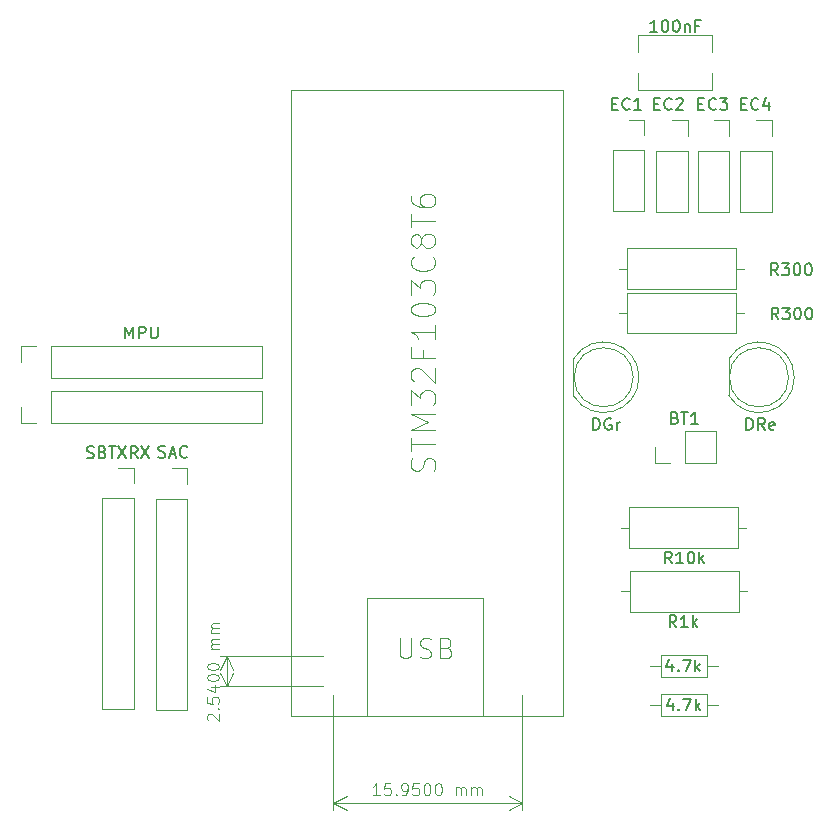
<source format=gto>
G04 #@! TF.GenerationSoftware,KiCad,Pcbnew,7.0.7*
G04 #@! TF.CreationDate,2024-06-07T19:14:15+02:00*
G04 #@! TF.ProjectId,stm32-drone,73746d33-322d-4647-926f-6e652e6b6963,rev?*
G04 #@! TF.SameCoordinates,Original*
G04 #@! TF.FileFunction,Legend,Top*
G04 #@! TF.FilePolarity,Positive*
%FSLAX46Y46*%
G04 Gerber Fmt 4.6, Leading zero omitted, Abs format (unit mm)*
G04 Created by KiCad (PCBNEW 7.0.7) date 2024-06-07 19:14:15*
%MOMM*%
%LPD*%
G01*
G04 APERTURE LIST*
%ADD10C,0.150000*%
%ADD11C,0.100000*%
%ADD12C,0.120000*%
%ADD13R,1.700000X1.700000*%
%ADD14O,1.700000X1.700000*%
%ADD15C,3.000000*%
%ADD16C,1.524000*%
%ADD17C,1.600000*%
%ADD18O,1.600000X1.600000*%
%ADD19R,1.800000X1.800000*%
%ADD20C,1.800000*%
%ADD21C,1.400000*%
%ADD22O,1.400000X1.400000*%
G04 APERTURE END LIST*
D10*
X106392857Y-97004819D02*
X106392857Y-96004819D01*
X106392857Y-96004819D02*
X106726190Y-96719104D01*
X106726190Y-96719104D02*
X107059523Y-96004819D01*
X107059523Y-96004819D02*
X107059523Y-97004819D01*
X107535714Y-97004819D02*
X107535714Y-96004819D01*
X107535714Y-96004819D02*
X107916666Y-96004819D01*
X107916666Y-96004819D02*
X108011904Y-96052438D01*
X108011904Y-96052438D02*
X108059523Y-96100057D01*
X108059523Y-96100057D02*
X108107142Y-96195295D01*
X108107142Y-96195295D02*
X108107142Y-96338152D01*
X108107142Y-96338152D02*
X108059523Y-96433390D01*
X108059523Y-96433390D02*
X108011904Y-96481009D01*
X108011904Y-96481009D02*
X107916666Y-96528628D01*
X107916666Y-96528628D02*
X107535714Y-96528628D01*
X108535714Y-96004819D02*
X108535714Y-96814342D01*
X108535714Y-96814342D02*
X108583333Y-96909580D01*
X108583333Y-96909580D02*
X108630952Y-96957200D01*
X108630952Y-96957200D02*
X108726190Y-97004819D01*
X108726190Y-97004819D02*
X108916666Y-97004819D01*
X108916666Y-97004819D02*
X109011904Y-96957200D01*
X109011904Y-96957200D02*
X109059523Y-96909580D01*
X109059523Y-96909580D02*
X109107142Y-96814342D01*
X109107142Y-96814342D02*
X109107142Y-96004819D01*
X158509524Y-77131009D02*
X158842857Y-77131009D01*
X158985714Y-77654819D02*
X158509524Y-77654819D01*
X158509524Y-77654819D02*
X158509524Y-76654819D01*
X158509524Y-76654819D02*
X158985714Y-76654819D01*
X159985714Y-77559580D02*
X159938095Y-77607200D01*
X159938095Y-77607200D02*
X159795238Y-77654819D01*
X159795238Y-77654819D02*
X159700000Y-77654819D01*
X159700000Y-77654819D02*
X159557143Y-77607200D01*
X159557143Y-77607200D02*
X159461905Y-77511961D01*
X159461905Y-77511961D02*
X159414286Y-77416723D01*
X159414286Y-77416723D02*
X159366667Y-77226247D01*
X159366667Y-77226247D02*
X159366667Y-77083390D01*
X159366667Y-77083390D02*
X159414286Y-76892914D01*
X159414286Y-76892914D02*
X159461905Y-76797676D01*
X159461905Y-76797676D02*
X159557143Y-76702438D01*
X159557143Y-76702438D02*
X159700000Y-76654819D01*
X159700000Y-76654819D02*
X159795238Y-76654819D01*
X159795238Y-76654819D02*
X159938095Y-76702438D01*
X159938095Y-76702438D02*
X159985714Y-76750057D01*
X160842857Y-76988152D02*
X160842857Y-77654819D01*
X160604762Y-76607200D02*
X160366667Y-77321485D01*
X160366667Y-77321485D02*
X160985714Y-77321485D01*
X147609524Y-77131009D02*
X147942857Y-77131009D01*
X148085714Y-77654819D02*
X147609524Y-77654819D01*
X147609524Y-77654819D02*
X147609524Y-76654819D01*
X147609524Y-76654819D02*
X148085714Y-76654819D01*
X149085714Y-77559580D02*
X149038095Y-77607200D01*
X149038095Y-77607200D02*
X148895238Y-77654819D01*
X148895238Y-77654819D02*
X148800000Y-77654819D01*
X148800000Y-77654819D02*
X148657143Y-77607200D01*
X148657143Y-77607200D02*
X148561905Y-77511961D01*
X148561905Y-77511961D02*
X148514286Y-77416723D01*
X148514286Y-77416723D02*
X148466667Y-77226247D01*
X148466667Y-77226247D02*
X148466667Y-77083390D01*
X148466667Y-77083390D02*
X148514286Y-76892914D01*
X148514286Y-76892914D02*
X148561905Y-76797676D01*
X148561905Y-76797676D02*
X148657143Y-76702438D01*
X148657143Y-76702438D02*
X148800000Y-76654819D01*
X148800000Y-76654819D02*
X148895238Y-76654819D01*
X148895238Y-76654819D02*
X149038095Y-76702438D01*
X149038095Y-76702438D02*
X149085714Y-76750057D01*
X150038095Y-77654819D02*
X149466667Y-77654819D01*
X149752381Y-77654819D02*
X149752381Y-76654819D01*
X149752381Y-76654819D02*
X149657143Y-76797676D01*
X149657143Y-76797676D02*
X149561905Y-76892914D01*
X149561905Y-76892914D02*
X149466667Y-76940533D01*
D11*
X132504800Y-108273258D02*
X132600038Y-107987544D01*
X132600038Y-107987544D02*
X132600038Y-107511353D01*
X132600038Y-107511353D02*
X132504800Y-107320877D01*
X132504800Y-107320877D02*
X132409561Y-107225639D01*
X132409561Y-107225639D02*
X132219085Y-107130401D01*
X132219085Y-107130401D02*
X132028609Y-107130401D01*
X132028609Y-107130401D02*
X131838133Y-107225639D01*
X131838133Y-107225639D02*
X131742895Y-107320877D01*
X131742895Y-107320877D02*
X131647657Y-107511353D01*
X131647657Y-107511353D02*
X131552419Y-107892306D01*
X131552419Y-107892306D02*
X131457180Y-108082782D01*
X131457180Y-108082782D02*
X131361942Y-108178020D01*
X131361942Y-108178020D02*
X131171466Y-108273258D01*
X131171466Y-108273258D02*
X130980990Y-108273258D01*
X130980990Y-108273258D02*
X130790514Y-108178020D01*
X130790514Y-108178020D02*
X130695276Y-108082782D01*
X130695276Y-108082782D02*
X130600038Y-107892306D01*
X130600038Y-107892306D02*
X130600038Y-107416115D01*
X130600038Y-107416115D02*
X130695276Y-107130401D01*
X130600038Y-106558972D02*
X130600038Y-105416115D01*
X132600038Y-105987544D02*
X130600038Y-105987544D01*
X132600038Y-104749448D02*
X130600038Y-104749448D01*
X130600038Y-104749448D02*
X132028609Y-104082781D01*
X132028609Y-104082781D02*
X130600038Y-103416115D01*
X130600038Y-103416115D02*
X132600038Y-103416115D01*
X130600038Y-102654210D02*
X130600038Y-101416115D01*
X130600038Y-101416115D02*
X131361942Y-102082782D01*
X131361942Y-102082782D02*
X131361942Y-101797067D01*
X131361942Y-101797067D02*
X131457180Y-101606591D01*
X131457180Y-101606591D02*
X131552419Y-101511353D01*
X131552419Y-101511353D02*
X131742895Y-101416115D01*
X131742895Y-101416115D02*
X132219085Y-101416115D01*
X132219085Y-101416115D02*
X132409561Y-101511353D01*
X132409561Y-101511353D02*
X132504800Y-101606591D01*
X132504800Y-101606591D02*
X132600038Y-101797067D01*
X132600038Y-101797067D02*
X132600038Y-102368496D01*
X132600038Y-102368496D02*
X132504800Y-102558972D01*
X132504800Y-102558972D02*
X132409561Y-102654210D01*
X130790514Y-100654210D02*
X130695276Y-100558972D01*
X130695276Y-100558972D02*
X130600038Y-100368496D01*
X130600038Y-100368496D02*
X130600038Y-99892305D01*
X130600038Y-99892305D02*
X130695276Y-99701829D01*
X130695276Y-99701829D02*
X130790514Y-99606591D01*
X130790514Y-99606591D02*
X130980990Y-99511353D01*
X130980990Y-99511353D02*
X131171466Y-99511353D01*
X131171466Y-99511353D02*
X131457180Y-99606591D01*
X131457180Y-99606591D02*
X132600038Y-100749448D01*
X132600038Y-100749448D02*
X132600038Y-99511353D01*
X131552419Y-97987543D02*
X131552419Y-98654210D01*
X132600038Y-98654210D02*
X130600038Y-98654210D01*
X130600038Y-98654210D02*
X130600038Y-97701829D01*
X132600038Y-95892305D02*
X132600038Y-97035162D01*
X132600038Y-96463734D02*
X130600038Y-96463734D01*
X130600038Y-96463734D02*
X130885752Y-96654210D01*
X130885752Y-96654210D02*
X131076228Y-96844686D01*
X131076228Y-96844686D02*
X131171466Y-97035162D01*
X130600038Y-94654210D02*
X130600038Y-94463733D01*
X130600038Y-94463733D02*
X130695276Y-94273257D01*
X130695276Y-94273257D02*
X130790514Y-94178019D01*
X130790514Y-94178019D02*
X130980990Y-94082781D01*
X130980990Y-94082781D02*
X131361942Y-93987543D01*
X131361942Y-93987543D02*
X131838133Y-93987543D01*
X131838133Y-93987543D02*
X132219085Y-94082781D01*
X132219085Y-94082781D02*
X132409561Y-94178019D01*
X132409561Y-94178019D02*
X132504800Y-94273257D01*
X132504800Y-94273257D02*
X132600038Y-94463733D01*
X132600038Y-94463733D02*
X132600038Y-94654210D01*
X132600038Y-94654210D02*
X132504800Y-94844686D01*
X132504800Y-94844686D02*
X132409561Y-94939924D01*
X132409561Y-94939924D02*
X132219085Y-95035162D01*
X132219085Y-95035162D02*
X131838133Y-95130400D01*
X131838133Y-95130400D02*
X131361942Y-95130400D01*
X131361942Y-95130400D02*
X130980990Y-95035162D01*
X130980990Y-95035162D02*
X130790514Y-94939924D01*
X130790514Y-94939924D02*
X130695276Y-94844686D01*
X130695276Y-94844686D02*
X130600038Y-94654210D01*
X130600038Y-93320876D02*
X130600038Y-92082781D01*
X130600038Y-92082781D02*
X131361942Y-92749448D01*
X131361942Y-92749448D02*
X131361942Y-92463733D01*
X131361942Y-92463733D02*
X131457180Y-92273257D01*
X131457180Y-92273257D02*
X131552419Y-92178019D01*
X131552419Y-92178019D02*
X131742895Y-92082781D01*
X131742895Y-92082781D02*
X132219085Y-92082781D01*
X132219085Y-92082781D02*
X132409561Y-92178019D01*
X132409561Y-92178019D02*
X132504800Y-92273257D01*
X132504800Y-92273257D02*
X132600038Y-92463733D01*
X132600038Y-92463733D02*
X132600038Y-93035162D01*
X132600038Y-93035162D02*
X132504800Y-93225638D01*
X132504800Y-93225638D02*
X132409561Y-93320876D01*
X132409561Y-90082781D02*
X132504800Y-90178019D01*
X132504800Y-90178019D02*
X132600038Y-90463733D01*
X132600038Y-90463733D02*
X132600038Y-90654209D01*
X132600038Y-90654209D02*
X132504800Y-90939924D01*
X132504800Y-90939924D02*
X132314323Y-91130400D01*
X132314323Y-91130400D02*
X132123847Y-91225638D01*
X132123847Y-91225638D02*
X131742895Y-91320876D01*
X131742895Y-91320876D02*
X131457180Y-91320876D01*
X131457180Y-91320876D02*
X131076228Y-91225638D01*
X131076228Y-91225638D02*
X130885752Y-91130400D01*
X130885752Y-91130400D02*
X130695276Y-90939924D01*
X130695276Y-90939924D02*
X130600038Y-90654209D01*
X130600038Y-90654209D02*
X130600038Y-90463733D01*
X130600038Y-90463733D02*
X130695276Y-90178019D01*
X130695276Y-90178019D02*
X130790514Y-90082781D01*
X131457180Y-88939924D02*
X131361942Y-89130400D01*
X131361942Y-89130400D02*
X131266704Y-89225638D01*
X131266704Y-89225638D02*
X131076228Y-89320876D01*
X131076228Y-89320876D02*
X130980990Y-89320876D01*
X130980990Y-89320876D02*
X130790514Y-89225638D01*
X130790514Y-89225638D02*
X130695276Y-89130400D01*
X130695276Y-89130400D02*
X130600038Y-88939924D01*
X130600038Y-88939924D02*
X130600038Y-88558971D01*
X130600038Y-88558971D02*
X130695276Y-88368495D01*
X130695276Y-88368495D02*
X130790514Y-88273257D01*
X130790514Y-88273257D02*
X130980990Y-88178019D01*
X130980990Y-88178019D02*
X131076228Y-88178019D01*
X131076228Y-88178019D02*
X131266704Y-88273257D01*
X131266704Y-88273257D02*
X131361942Y-88368495D01*
X131361942Y-88368495D02*
X131457180Y-88558971D01*
X131457180Y-88558971D02*
X131457180Y-88939924D01*
X131457180Y-88939924D02*
X131552419Y-89130400D01*
X131552419Y-89130400D02*
X131647657Y-89225638D01*
X131647657Y-89225638D02*
X131838133Y-89320876D01*
X131838133Y-89320876D02*
X132219085Y-89320876D01*
X132219085Y-89320876D02*
X132409561Y-89225638D01*
X132409561Y-89225638D02*
X132504800Y-89130400D01*
X132504800Y-89130400D02*
X132600038Y-88939924D01*
X132600038Y-88939924D02*
X132600038Y-88558971D01*
X132600038Y-88558971D02*
X132504800Y-88368495D01*
X132504800Y-88368495D02*
X132409561Y-88273257D01*
X132409561Y-88273257D02*
X132219085Y-88178019D01*
X132219085Y-88178019D02*
X131838133Y-88178019D01*
X131838133Y-88178019D02*
X131647657Y-88273257D01*
X131647657Y-88273257D02*
X131552419Y-88368495D01*
X131552419Y-88368495D02*
X131457180Y-88558971D01*
X130600038Y-87606590D02*
X130600038Y-86463733D01*
X132600038Y-87035162D02*
X130600038Y-87035162D01*
X130600038Y-84939923D02*
X130600038Y-85320876D01*
X130600038Y-85320876D02*
X130695276Y-85511352D01*
X130695276Y-85511352D02*
X130790514Y-85606590D01*
X130790514Y-85606590D02*
X131076228Y-85797066D01*
X131076228Y-85797066D02*
X131457180Y-85892304D01*
X131457180Y-85892304D02*
X132219085Y-85892304D01*
X132219085Y-85892304D02*
X132409561Y-85797066D01*
X132409561Y-85797066D02*
X132504800Y-85701828D01*
X132504800Y-85701828D02*
X132600038Y-85511352D01*
X132600038Y-85511352D02*
X132600038Y-85130399D01*
X132600038Y-85130399D02*
X132504800Y-84939923D01*
X132504800Y-84939923D02*
X132409561Y-84844685D01*
X132409561Y-84844685D02*
X132219085Y-84749447D01*
X132219085Y-84749447D02*
X131742895Y-84749447D01*
X131742895Y-84749447D02*
X131552419Y-84844685D01*
X131552419Y-84844685D02*
X131457180Y-84939923D01*
X131457180Y-84939923D02*
X131361942Y-85130399D01*
X131361942Y-85130399D02*
X131361942Y-85511352D01*
X131361942Y-85511352D02*
X131457180Y-85701828D01*
X131457180Y-85701828D02*
X131552419Y-85797066D01*
X131552419Y-85797066D02*
X131742895Y-85892304D01*
X129620550Y-122406753D02*
X129620550Y-123782943D01*
X129620550Y-123782943D02*
X129701503Y-123944848D01*
X129701503Y-123944848D02*
X129782455Y-124025801D01*
X129782455Y-124025801D02*
X129944360Y-124106753D01*
X129944360Y-124106753D02*
X130268169Y-124106753D01*
X130268169Y-124106753D02*
X130430074Y-124025801D01*
X130430074Y-124025801D02*
X130511027Y-123944848D01*
X130511027Y-123944848D02*
X130591979Y-123782943D01*
X130591979Y-123782943D02*
X130591979Y-122406753D01*
X131320550Y-124025801D02*
X131563407Y-124106753D01*
X131563407Y-124106753D02*
X131968169Y-124106753D01*
X131968169Y-124106753D02*
X132130074Y-124025801D01*
X132130074Y-124025801D02*
X132211026Y-123944848D01*
X132211026Y-123944848D02*
X132291979Y-123782943D01*
X132291979Y-123782943D02*
X132291979Y-123621039D01*
X132291979Y-123621039D02*
X132211026Y-123459134D01*
X132211026Y-123459134D02*
X132130074Y-123378181D01*
X132130074Y-123378181D02*
X131968169Y-123297229D01*
X131968169Y-123297229D02*
X131644360Y-123216277D01*
X131644360Y-123216277D02*
X131482455Y-123135324D01*
X131482455Y-123135324D02*
X131401502Y-123054372D01*
X131401502Y-123054372D02*
X131320550Y-122892467D01*
X131320550Y-122892467D02*
X131320550Y-122730562D01*
X131320550Y-122730562D02*
X131401502Y-122568658D01*
X131401502Y-122568658D02*
X131482455Y-122487705D01*
X131482455Y-122487705D02*
X131644360Y-122406753D01*
X131644360Y-122406753D02*
X132049121Y-122406753D01*
X132049121Y-122406753D02*
X132291979Y-122487705D01*
X133587217Y-123216277D02*
X133830074Y-123297229D01*
X133830074Y-123297229D02*
X133911027Y-123378181D01*
X133911027Y-123378181D02*
X133991979Y-123540086D01*
X133991979Y-123540086D02*
X133991979Y-123782943D01*
X133991979Y-123782943D02*
X133911027Y-123944848D01*
X133911027Y-123944848D02*
X133830074Y-124025801D01*
X133830074Y-124025801D02*
X133668169Y-124106753D01*
X133668169Y-124106753D02*
X133020550Y-124106753D01*
X133020550Y-124106753D02*
X133020550Y-122406753D01*
X133020550Y-122406753D02*
X133587217Y-122406753D01*
X133587217Y-122406753D02*
X133749122Y-122487705D01*
X133749122Y-122487705D02*
X133830074Y-122568658D01*
X133830074Y-122568658D02*
X133911027Y-122730562D01*
X133911027Y-122730562D02*
X133911027Y-122892467D01*
X133911027Y-122892467D02*
X133830074Y-123054372D01*
X133830074Y-123054372D02*
X133749122Y-123135324D01*
X133749122Y-123135324D02*
X133587217Y-123216277D01*
X133587217Y-123216277D02*
X133020550Y-123216277D01*
D10*
X152914285Y-103731009D02*
X153057142Y-103778628D01*
X153057142Y-103778628D02*
X153104761Y-103826247D01*
X153104761Y-103826247D02*
X153152380Y-103921485D01*
X153152380Y-103921485D02*
X153152380Y-104064342D01*
X153152380Y-104064342D02*
X153104761Y-104159580D01*
X153104761Y-104159580D02*
X153057142Y-104207200D01*
X153057142Y-104207200D02*
X152961904Y-104254819D01*
X152961904Y-104254819D02*
X152580952Y-104254819D01*
X152580952Y-104254819D02*
X152580952Y-103254819D01*
X152580952Y-103254819D02*
X152914285Y-103254819D01*
X152914285Y-103254819D02*
X153009523Y-103302438D01*
X153009523Y-103302438D02*
X153057142Y-103350057D01*
X153057142Y-103350057D02*
X153104761Y-103445295D01*
X153104761Y-103445295D02*
X153104761Y-103540533D01*
X153104761Y-103540533D02*
X153057142Y-103635771D01*
X153057142Y-103635771D02*
X153009523Y-103683390D01*
X153009523Y-103683390D02*
X152914285Y-103731009D01*
X152914285Y-103731009D02*
X152580952Y-103731009D01*
X153438095Y-103254819D02*
X154009523Y-103254819D01*
X153723809Y-104254819D02*
X153723809Y-103254819D01*
X154866666Y-104254819D02*
X154295238Y-104254819D01*
X154580952Y-104254819D02*
X154580952Y-103254819D01*
X154580952Y-103254819D02*
X154485714Y-103397676D01*
X154485714Y-103397676D02*
X154390476Y-103492914D01*
X154390476Y-103492914D02*
X154295238Y-103540533D01*
X152652380Y-116054819D02*
X152319047Y-115578628D01*
X152080952Y-116054819D02*
X152080952Y-115054819D01*
X152080952Y-115054819D02*
X152461904Y-115054819D01*
X152461904Y-115054819D02*
X152557142Y-115102438D01*
X152557142Y-115102438D02*
X152604761Y-115150057D01*
X152604761Y-115150057D02*
X152652380Y-115245295D01*
X152652380Y-115245295D02*
X152652380Y-115388152D01*
X152652380Y-115388152D02*
X152604761Y-115483390D01*
X152604761Y-115483390D02*
X152557142Y-115531009D01*
X152557142Y-115531009D02*
X152461904Y-115578628D01*
X152461904Y-115578628D02*
X152080952Y-115578628D01*
X153604761Y-116054819D02*
X153033333Y-116054819D01*
X153319047Y-116054819D02*
X153319047Y-115054819D01*
X153319047Y-115054819D02*
X153223809Y-115197676D01*
X153223809Y-115197676D02*
X153128571Y-115292914D01*
X153128571Y-115292914D02*
X153033333Y-115340533D01*
X154223809Y-115054819D02*
X154319047Y-115054819D01*
X154319047Y-115054819D02*
X154414285Y-115102438D01*
X154414285Y-115102438D02*
X154461904Y-115150057D01*
X154461904Y-115150057D02*
X154509523Y-115245295D01*
X154509523Y-115245295D02*
X154557142Y-115435771D01*
X154557142Y-115435771D02*
X154557142Y-115673866D01*
X154557142Y-115673866D02*
X154509523Y-115864342D01*
X154509523Y-115864342D02*
X154461904Y-115959580D01*
X154461904Y-115959580D02*
X154414285Y-116007200D01*
X154414285Y-116007200D02*
X154319047Y-116054819D01*
X154319047Y-116054819D02*
X154223809Y-116054819D01*
X154223809Y-116054819D02*
X154128571Y-116007200D01*
X154128571Y-116007200D02*
X154080952Y-115959580D01*
X154080952Y-115959580D02*
X154033333Y-115864342D01*
X154033333Y-115864342D02*
X153985714Y-115673866D01*
X153985714Y-115673866D02*
X153985714Y-115435771D01*
X153985714Y-115435771D02*
X154033333Y-115245295D01*
X154033333Y-115245295D02*
X154080952Y-115150057D01*
X154080952Y-115150057D02*
X154128571Y-115102438D01*
X154128571Y-115102438D02*
X154223809Y-115054819D01*
X154985714Y-116054819D02*
X154985714Y-115054819D01*
X155080952Y-115673866D02*
X155366666Y-116054819D01*
X155366666Y-115388152D02*
X154985714Y-115769104D01*
X145978571Y-104754819D02*
X145978571Y-103754819D01*
X145978571Y-103754819D02*
X146216666Y-103754819D01*
X146216666Y-103754819D02*
X146359523Y-103802438D01*
X146359523Y-103802438D02*
X146454761Y-103897676D01*
X146454761Y-103897676D02*
X146502380Y-103992914D01*
X146502380Y-103992914D02*
X146549999Y-104183390D01*
X146549999Y-104183390D02*
X146549999Y-104326247D01*
X146549999Y-104326247D02*
X146502380Y-104516723D01*
X146502380Y-104516723D02*
X146454761Y-104611961D01*
X146454761Y-104611961D02*
X146359523Y-104707200D01*
X146359523Y-104707200D02*
X146216666Y-104754819D01*
X146216666Y-104754819D02*
X145978571Y-104754819D01*
X147502380Y-103802438D02*
X147407142Y-103754819D01*
X147407142Y-103754819D02*
X147264285Y-103754819D01*
X147264285Y-103754819D02*
X147121428Y-103802438D01*
X147121428Y-103802438D02*
X147026190Y-103897676D01*
X147026190Y-103897676D02*
X146978571Y-103992914D01*
X146978571Y-103992914D02*
X146930952Y-104183390D01*
X146930952Y-104183390D02*
X146930952Y-104326247D01*
X146930952Y-104326247D02*
X146978571Y-104516723D01*
X146978571Y-104516723D02*
X147026190Y-104611961D01*
X147026190Y-104611961D02*
X147121428Y-104707200D01*
X147121428Y-104707200D02*
X147264285Y-104754819D01*
X147264285Y-104754819D02*
X147359523Y-104754819D01*
X147359523Y-104754819D02*
X147502380Y-104707200D01*
X147502380Y-104707200D02*
X147549999Y-104659580D01*
X147549999Y-104659580D02*
X147549999Y-104326247D01*
X147549999Y-104326247D02*
X147359523Y-104326247D01*
X147978571Y-104754819D02*
X147978571Y-104088152D01*
X147978571Y-104278628D02*
X148026190Y-104183390D01*
X148026190Y-104183390D02*
X148073809Y-104135771D01*
X148073809Y-104135771D02*
X148169047Y-104088152D01*
X148169047Y-104088152D02*
X148264285Y-104088152D01*
X151402380Y-71054819D02*
X150830952Y-71054819D01*
X151116666Y-71054819D02*
X151116666Y-70054819D01*
X151116666Y-70054819D02*
X151021428Y-70197676D01*
X151021428Y-70197676D02*
X150926190Y-70292914D01*
X150926190Y-70292914D02*
X150830952Y-70340533D01*
X152021428Y-70054819D02*
X152116666Y-70054819D01*
X152116666Y-70054819D02*
X152211904Y-70102438D01*
X152211904Y-70102438D02*
X152259523Y-70150057D01*
X152259523Y-70150057D02*
X152307142Y-70245295D01*
X152307142Y-70245295D02*
X152354761Y-70435771D01*
X152354761Y-70435771D02*
X152354761Y-70673866D01*
X152354761Y-70673866D02*
X152307142Y-70864342D01*
X152307142Y-70864342D02*
X152259523Y-70959580D01*
X152259523Y-70959580D02*
X152211904Y-71007200D01*
X152211904Y-71007200D02*
X152116666Y-71054819D01*
X152116666Y-71054819D02*
X152021428Y-71054819D01*
X152021428Y-71054819D02*
X151926190Y-71007200D01*
X151926190Y-71007200D02*
X151878571Y-70959580D01*
X151878571Y-70959580D02*
X151830952Y-70864342D01*
X151830952Y-70864342D02*
X151783333Y-70673866D01*
X151783333Y-70673866D02*
X151783333Y-70435771D01*
X151783333Y-70435771D02*
X151830952Y-70245295D01*
X151830952Y-70245295D02*
X151878571Y-70150057D01*
X151878571Y-70150057D02*
X151926190Y-70102438D01*
X151926190Y-70102438D02*
X152021428Y-70054819D01*
X152973809Y-70054819D02*
X153069047Y-70054819D01*
X153069047Y-70054819D02*
X153164285Y-70102438D01*
X153164285Y-70102438D02*
X153211904Y-70150057D01*
X153211904Y-70150057D02*
X153259523Y-70245295D01*
X153259523Y-70245295D02*
X153307142Y-70435771D01*
X153307142Y-70435771D02*
X153307142Y-70673866D01*
X153307142Y-70673866D02*
X153259523Y-70864342D01*
X153259523Y-70864342D02*
X153211904Y-70959580D01*
X153211904Y-70959580D02*
X153164285Y-71007200D01*
X153164285Y-71007200D02*
X153069047Y-71054819D01*
X153069047Y-71054819D02*
X152973809Y-71054819D01*
X152973809Y-71054819D02*
X152878571Y-71007200D01*
X152878571Y-71007200D02*
X152830952Y-70959580D01*
X152830952Y-70959580D02*
X152783333Y-70864342D01*
X152783333Y-70864342D02*
X152735714Y-70673866D01*
X152735714Y-70673866D02*
X152735714Y-70435771D01*
X152735714Y-70435771D02*
X152783333Y-70245295D01*
X152783333Y-70245295D02*
X152830952Y-70150057D01*
X152830952Y-70150057D02*
X152878571Y-70102438D01*
X152878571Y-70102438D02*
X152973809Y-70054819D01*
X153735714Y-70388152D02*
X153735714Y-71054819D01*
X153735714Y-70483390D02*
X153783333Y-70435771D01*
X153783333Y-70435771D02*
X153878571Y-70388152D01*
X153878571Y-70388152D02*
X154021428Y-70388152D01*
X154021428Y-70388152D02*
X154116666Y-70435771D01*
X154116666Y-70435771D02*
X154164285Y-70531009D01*
X154164285Y-70531009D02*
X154164285Y-71054819D01*
X154973809Y-70531009D02*
X154640476Y-70531009D01*
X154640476Y-71054819D02*
X154640476Y-70054819D01*
X154640476Y-70054819D02*
X155116666Y-70054819D01*
X103130952Y-107107200D02*
X103273809Y-107154819D01*
X103273809Y-107154819D02*
X103511904Y-107154819D01*
X103511904Y-107154819D02*
X103607142Y-107107200D01*
X103607142Y-107107200D02*
X103654761Y-107059580D01*
X103654761Y-107059580D02*
X103702380Y-106964342D01*
X103702380Y-106964342D02*
X103702380Y-106869104D01*
X103702380Y-106869104D02*
X103654761Y-106773866D01*
X103654761Y-106773866D02*
X103607142Y-106726247D01*
X103607142Y-106726247D02*
X103511904Y-106678628D01*
X103511904Y-106678628D02*
X103321428Y-106631009D01*
X103321428Y-106631009D02*
X103226190Y-106583390D01*
X103226190Y-106583390D02*
X103178571Y-106535771D01*
X103178571Y-106535771D02*
X103130952Y-106440533D01*
X103130952Y-106440533D02*
X103130952Y-106345295D01*
X103130952Y-106345295D02*
X103178571Y-106250057D01*
X103178571Y-106250057D02*
X103226190Y-106202438D01*
X103226190Y-106202438D02*
X103321428Y-106154819D01*
X103321428Y-106154819D02*
X103559523Y-106154819D01*
X103559523Y-106154819D02*
X103702380Y-106202438D01*
X104464285Y-106631009D02*
X104607142Y-106678628D01*
X104607142Y-106678628D02*
X104654761Y-106726247D01*
X104654761Y-106726247D02*
X104702380Y-106821485D01*
X104702380Y-106821485D02*
X104702380Y-106964342D01*
X104702380Y-106964342D02*
X104654761Y-107059580D01*
X104654761Y-107059580D02*
X104607142Y-107107200D01*
X104607142Y-107107200D02*
X104511904Y-107154819D01*
X104511904Y-107154819D02*
X104130952Y-107154819D01*
X104130952Y-107154819D02*
X104130952Y-106154819D01*
X104130952Y-106154819D02*
X104464285Y-106154819D01*
X104464285Y-106154819D02*
X104559523Y-106202438D01*
X104559523Y-106202438D02*
X104607142Y-106250057D01*
X104607142Y-106250057D02*
X104654761Y-106345295D01*
X104654761Y-106345295D02*
X104654761Y-106440533D01*
X104654761Y-106440533D02*
X104607142Y-106535771D01*
X104607142Y-106535771D02*
X104559523Y-106583390D01*
X104559523Y-106583390D02*
X104464285Y-106631009D01*
X104464285Y-106631009D02*
X104130952Y-106631009D01*
X104988095Y-106154819D02*
X105559523Y-106154819D01*
X105273809Y-107154819D02*
X105273809Y-106154819D01*
X105797619Y-106154819D02*
X106464285Y-107154819D01*
X106464285Y-106154819D02*
X105797619Y-107154819D01*
X107416666Y-107154819D02*
X107083333Y-106678628D01*
X106845238Y-107154819D02*
X106845238Y-106154819D01*
X106845238Y-106154819D02*
X107226190Y-106154819D01*
X107226190Y-106154819D02*
X107321428Y-106202438D01*
X107321428Y-106202438D02*
X107369047Y-106250057D01*
X107369047Y-106250057D02*
X107416666Y-106345295D01*
X107416666Y-106345295D02*
X107416666Y-106488152D01*
X107416666Y-106488152D02*
X107369047Y-106583390D01*
X107369047Y-106583390D02*
X107321428Y-106631009D01*
X107321428Y-106631009D02*
X107226190Y-106678628D01*
X107226190Y-106678628D02*
X106845238Y-106678628D01*
X107750000Y-106154819D02*
X108416666Y-107154819D01*
X108416666Y-106154819D02*
X107750000Y-107154819D01*
X152721428Y-127838152D02*
X152721428Y-128504819D01*
X152483333Y-127457200D02*
X152245238Y-128171485D01*
X152245238Y-128171485D02*
X152864285Y-128171485D01*
X153245238Y-128409580D02*
X153292857Y-128457200D01*
X153292857Y-128457200D02*
X153245238Y-128504819D01*
X153245238Y-128504819D02*
X153197619Y-128457200D01*
X153197619Y-128457200D02*
X153245238Y-128409580D01*
X153245238Y-128409580D02*
X153245238Y-128504819D01*
X153626190Y-127504819D02*
X154292856Y-127504819D01*
X154292856Y-127504819D02*
X153864285Y-128504819D01*
X154673809Y-128504819D02*
X154673809Y-127504819D01*
X154769047Y-128123866D02*
X155054761Y-128504819D01*
X155054761Y-127838152D02*
X154673809Y-128219104D01*
X161680952Y-95404819D02*
X161347619Y-94928628D01*
X161109524Y-95404819D02*
X161109524Y-94404819D01*
X161109524Y-94404819D02*
X161490476Y-94404819D01*
X161490476Y-94404819D02*
X161585714Y-94452438D01*
X161585714Y-94452438D02*
X161633333Y-94500057D01*
X161633333Y-94500057D02*
X161680952Y-94595295D01*
X161680952Y-94595295D02*
X161680952Y-94738152D01*
X161680952Y-94738152D02*
X161633333Y-94833390D01*
X161633333Y-94833390D02*
X161585714Y-94881009D01*
X161585714Y-94881009D02*
X161490476Y-94928628D01*
X161490476Y-94928628D02*
X161109524Y-94928628D01*
X162014286Y-94404819D02*
X162633333Y-94404819D01*
X162633333Y-94404819D02*
X162300000Y-94785771D01*
X162300000Y-94785771D02*
X162442857Y-94785771D01*
X162442857Y-94785771D02*
X162538095Y-94833390D01*
X162538095Y-94833390D02*
X162585714Y-94881009D01*
X162585714Y-94881009D02*
X162633333Y-94976247D01*
X162633333Y-94976247D02*
X162633333Y-95214342D01*
X162633333Y-95214342D02*
X162585714Y-95309580D01*
X162585714Y-95309580D02*
X162538095Y-95357200D01*
X162538095Y-95357200D02*
X162442857Y-95404819D01*
X162442857Y-95404819D02*
X162157143Y-95404819D01*
X162157143Y-95404819D02*
X162061905Y-95357200D01*
X162061905Y-95357200D02*
X162014286Y-95309580D01*
X163252381Y-94404819D02*
X163347619Y-94404819D01*
X163347619Y-94404819D02*
X163442857Y-94452438D01*
X163442857Y-94452438D02*
X163490476Y-94500057D01*
X163490476Y-94500057D02*
X163538095Y-94595295D01*
X163538095Y-94595295D02*
X163585714Y-94785771D01*
X163585714Y-94785771D02*
X163585714Y-95023866D01*
X163585714Y-95023866D02*
X163538095Y-95214342D01*
X163538095Y-95214342D02*
X163490476Y-95309580D01*
X163490476Y-95309580D02*
X163442857Y-95357200D01*
X163442857Y-95357200D02*
X163347619Y-95404819D01*
X163347619Y-95404819D02*
X163252381Y-95404819D01*
X163252381Y-95404819D02*
X163157143Y-95357200D01*
X163157143Y-95357200D02*
X163109524Y-95309580D01*
X163109524Y-95309580D02*
X163061905Y-95214342D01*
X163061905Y-95214342D02*
X163014286Y-95023866D01*
X163014286Y-95023866D02*
X163014286Y-94785771D01*
X163014286Y-94785771D02*
X163061905Y-94595295D01*
X163061905Y-94595295D02*
X163109524Y-94500057D01*
X163109524Y-94500057D02*
X163157143Y-94452438D01*
X163157143Y-94452438D02*
X163252381Y-94404819D01*
X164204762Y-94404819D02*
X164300000Y-94404819D01*
X164300000Y-94404819D02*
X164395238Y-94452438D01*
X164395238Y-94452438D02*
X164442857Y-94500057D01*
X164442857Y-94500057D02*
X164490476Y-94595295D01*
X164490476Y-94595295D02*
X164538095Y-94785771D01*
X164538095Y-94785771D02*
X164538095Y-95023866D01*
X164538095Y-95023866D02*
X164490476Y-95214342D01*
X164490476Y-95214342D02*
X164442857Y-95309580D01*
X164442857Y-95309580D02*
X164395238Y-95357200D01*
X164395238Y-95357200D02*
X164300000Y-95404819D01*
X164300000Y-95404819D02*
X164204762Y-95404819D01*
X164204762Y-95404819D02*
X164109524Y-95357200D01*
X164109524Y-95357200D02*
X164061905Y-95309580D01*
X164061905Y-95309580D02*
X164014286Y-95214342D01*
X164014286Y-95214342D02*
X163966667Y-95023866D01*
X163966667Y-95023866D02*
X163966667Y-94785771D01*
X163966667Y-94785771D02*
X164014286Y-94595295D01*
X164014286Y-94595295D02*
X164061905Y-94500057D01*
X164061905Y-94500057D02*
X164109524Y-94452438D01*
X164109524Y-94452438D02*
X164204762Y-94404819D01*
X152671428Y-124538152D02*
X152671428Y-125204819D01*
X152433333Y-124157200D02*
X152195238Y-124871485D01*
X152195238Y-124871485D02*
X152814285Y-124871485D01*
X153195238Y-125109580D02*
X153242857Y-125157200D01*
X153242857Y-125157200D02*
X153195238Y-125204819D01*
X153195238Y-125204819D02*
X153147619Y-125157200D01*
X153147619Y-125157200D02*
X153195238Y-125109580D01*
X153195238Y-125109580D02*
X153195238Y-125204819D01*
X153576190Y-124204819D02*
X154242856Y-124204819D01*
X154242856Y-124204819D02*
X153814285Y-125204819D01*
X154623809Y-125204819D02*
X154623809Y-124204819D01*
X154719047Y-124823866D02*
X155004761Y-125204819D01*
X155004761Y-124538152D02*
X154623809Y-124919104D01*
X154909524Y-77131009D02*
X155242857Y-77131009D01*
X155385714Y-77654819D02*
X154909524Y-77654819D01*
X154909524Y-77654819D02*
X154909524Y-76654819D01*
X154909524Y-76654819D02*
X155385714Y-76654819D01*
X156385714Y-77559580D02*
X156338095Y-77607200D01*
X156338095Y-77607200D02*
X156195238Y-77654819D01*
X156195238Y-77654819D02*
X156100000Y-77654819D01*
X156100000Y-77654819D02*
X155957143Y-77607200D01*
X155957143Y-77607200D02*
X155861905Y-77511961D01*
X155861905Y-77511961D02*
X155814286Y-77416723D01*
X155814286Y-77416723D02*
X155766667Y-77226247D01*
X155766667Y-77226247D02*
X155766667Y-77083390D01*
X155766667Y-77083390D02*
X155814286Y-76892914D01*
X155814286Y-76892914D02*
X155861905Y-76797676D01*
X155861905Y-76797676D02*
X155957143Y-76702438D01*
X155957143Y-76702438D02*
X156100000Y-76654819D01*
X156100000Y-76654819D02*
X156195238Y-76654819D01*
X156195238Y-76654819D02*
X156338095Y-76702438D01*
X156338095Y-76702438D02*
X156385714Y-76750057D01*
X156719048Y-76654819D02*
X157338095Y-76654819D01*
X157338095Y-76654819D02*
X157004762Y-77035771D01*
X157004762Y-77035771D02*
X157147619Y-77035771D01*
X157147619Y-77035771D02*
X157242857Y-77083390D01*
X157242857Y-77083390D02*
X157290476Y-77131009D01*
X157290476Y-77131009D02*
X157338095Y-77226247D01*
X157338095Y-77226247D02*
X157338095Y-77464342D01*
X157338095Y-77464342D02*
X157290476Y-77559580D01*
X157290476Y-77559580D02*
X157242857Y-77607200D01*
X157242857Y-77607200D02*
X157147619Y-77654819D01*
X157147619Y-77654819D02*
X156861905Y-77654819D01*
X156861905Y-77654819D02*
X156766667Y-77607200D01*
X156766667Y-77607200D02*
X156719048Y-77559580D01*
X153028571Y-121454819D02*
X152695238Y-120978628D01*
X152457143Y-121454819D02*
X152457143Y-120454819D01*
X152457143Y-120454819D02*
X152838095Y-120454819D01*
X152838095Y-120454819D02*
X152933333Y-120502438D01*
X152933333Y-120502438D02*
X152980952Y-120550057D01*
X152980952Y-120550057D02*
X153028571Y-120645295D01*
X153028571Y-120645295D02*
X153028571Y-120788152D01*
X153028571Y-120788152D02*
X152980952Y-120883390D01*
X152980952Y-120883390D02*
X152933333Y-120931009D01*
X152933333Y-120931009D02*
X152838095Y-120978628D01*
X152838095Y-120978628D02*
X152457143Y-120978628D01*
X153980952Y-121454819D02*
X153409524Y-121454819D01*
X153695238Y-121454819D02*
X153695238Y-120454819D01*
X153695238Y-120454819D02*
X153600000Y-120597676D01*
X153600000Y-120597676D02*
X153504762Y-120692914D01*
X153504762Y-120692914D02*
X153409524Y-120740533D01*
X154409524Y-121454819D02*
X154409524Y-120454819D01*
X154504762Y-121073866D02*
X154790476Y-121454819D01*
X154790476Y-120788152D02*
X154409524Y-121169104D01*
X151159524Y-77131009D02*
X151492857Y-77131009D01*
X151635714Y-77654819D02*
X151159524Y-77654819D01*
X151159524Y-77654819D02*
X151159524Y-76654819D01*
X151159524Y-76654819D02*
X151635714Y-76654819D01*
X152635714Y-77559580D02*
X152588095Y-77607200D01*
X152588095Y-77607200D02*
X152445238Y-77654819D01*
X152445238Y-77654819D02*
X152350000Y-77654819D01*
X152350000Y-77654819D02*
X152207143Y-77607200D01*
X152207143Y-77607200D02*
X152111905Y-77511961D01*
X152111905Y-77511961D02*
X152064286Y-77416723D01*
X152064286Y-77416723D02*
X152016667Y-77226247D01*
X152016667Y-77226247D02*
X152016667Y-77083390D01*
X152016667Y-77083390D02*
X152064286Y-76892914D01*
X152064286Y-76892914D02*
X152111905Y-76797676D01*
X152111905Y-76797676D02*
X152207143Y-76702438D01*
X152207143Y-76702438D02*
X152350000Y-76654819D01*
X152350000Y-76654819D02*
X152445238Y-76654819D01*
X152445238Y-76654819D02*
X152588095Y-76702438D01*
X152588095Y-76702438D02*
X152635714Y-76750057D01*
X153016667Y-76750057D02*
X153064286Y-76702438D01*
X153064286Y-76702438D02*
X153159524Y-76654819D01*
X153159524Y-76654819D02*
X153397619Y-76654819D01*
X153397619Y-76654819D02*
X153492857Y-76702438D01*
X153492857Y-76702438D02*
X153540476Y-76750057D01*
X153540476Y-76750057D02*
X153588095Y-76845295D01*
X153588095Y-76845295D02*
X153588095Y-76940533D01*
X153588095Y-76940533D02*
X153540476Y-77083390D01*
X153540476Y-77083390D02*
X152969048Y-77654819D01*
X152969048Y-77654819D02*
X153588095Y-77654819D01*
X161630952Y-91654819D02*
X161297619Y-91178628D01*
X161059524Y-91654819D02*
X161059524Y-90654819D01*
X161059524Y-90654819D02*
X161440476Y-90654819D01*
X161440476Y-90654819D02*
X161535714Y-90702438D01*
X161535714Y-90702438D02*
X161583333Y-90750057D01*
X161583333Y-90750057D02*
X161630952Y-90845295D01*
X161630952Y-90845295D02*
X161630952Y-90988152D01*
X161630952Y-90988152D02*
X161583333Y-91083390D01*
X161583333Y-91083390D02*
X161535714Y-91131009D01*
X161535714Y-91131009D02*
X161440476Y-91178628D01*
X161440476Y-91178628D02*
X161059524Y-91178628D01*
X161964286Y-90654819D02*
X162583333Y-90654819D01*
X162583333Y-90654819D02*
X162250000Y-91035771D01*
X162250000Y-91035771D02*
X162392857Y-91035771D01*
X162392857Y-91035771D02*
X162488095Y-91083390D01*
X162488095Y-91083390D02*
X162535714Y-91131009D01*
X162535714Y-91131009D02*
X162583333Y-91226247D01*
X162583333Y-91226247D02*
X162583333Y-91464342D01*
X162583333Y-91464342D02*
X162535714Y-91559580D01*
X162535714Y-91559580D02*
X162488095Y-91607200D01*
X162488095Y-91607200D02*
X162392857Y-91654819D01*
X162392857Y-91654819D02*
X162107143Y-91654819D01*
X162107143Y-91654819D02*
X162011905Y-91607200D01*
X162011905Y-91607200D02*
X161964286Y-91559580D01*
X163202381Y-90654819D02*
X163297619Y-90654819D01*
X163297619Y-90654819D02*
X163392857Y-90702438D01*
X163392857Y-90702438D02*
X163440476Y-90750057D01*
X163440476Y-90750057D02*
X163488095Y-90845295D01*
X163488095Y-90845295D02*
X163535714Y-91035771D01*
X163535714Y-91035771D02*
X163535714Y-91273866D01*
X163535714Y-91273866D02*
X163488095Y-91464342D01*
X163488095Y-91464342D02*
X163440476Y-91559580D01*
X163440476Y-91559580D02*
X163392857Y-91607200D01*
X163392857Y-91607200D02*
X163297619Y-91654819D01*
X163297619Y-91654819D02*
X163202381Y-91654819D01*
X163202381Y-91654819D02*
X163107143Y-91607200D01*
X163107143Y-91607200D02*
X163059524Y-91559580D01*
X163059524Y-91559580D02*
X163011905Y-91464342D01*
X163011905Y-91464342D02*
X162964286Y-91273866D01*
X162964286Y-91273866D02*
X162964286Y-91035771D01*
X162964286Y-91035771D02*
X163011905Y-90845295D01*
X163011905Y-90845295D02*
X163059524Y-90750057D01*
X163059524Y-90750057D02*
X163107143Y-90702438D01*
X163107143Y-90702438D02*
X163202381Y-90654819D01*
X164154762Y-90654819D02*
X164250000Y-90654819D01*
X164250000Y-90654819D02*
X164345238Y-90702438D01*
X164345238Y-90702438D02*
X164392857Y-90750057D01*
X164392857Y-90750057D02*
X164440476Y-90845295D01*
X164440476Y-90845295D02*
X164488095Y-91035771D01*
X164488095Y-91035771D02*
X164488095Y-91273866D01*
X164488095Y-91273866D02*
X164440476Y-91464342D01*
X164440476Y-91464342D02*
X164392857Y-91559580D01*
X164392857Y-91559580D02*
X164345238Y-91607200D01*
X164345238Y-91607200D02*
X164250000Y-91654819D01*
X164250000Y-91654819D02*
X164154762Y-91654819D01*
X164154762Y-91654819D02*
X164059524Y-91607200D01*
X164059524Y-91607200D02*
X164011905Y-91559580D01*
X164011905Y-91559580D02*
X163964286Y-91464342D01*
X163964286Y-91464342D02*
X163916667Y-91273866D01*
X163916667Y-91273866D02*
X163916667Y-91035771D01*
X163916667Y-91035771D02*
X163964286Y-90845295D01*
X163964286Y-90845295D02*
X164011905Y-90750057D01*
X164011905Y-90750057D02*
X164059524Y-90702438D01*
X164059524Y-90702438D02*
X164154762Y-90654819D01*
X109185714Y-107057200D02*
X109328571Y-107104819D01*
X109328571Y-107104819D02*
X109566666Y-107104819D01*
X109566666Y-107104819D02*
X109661904Y-107057200D01*
X109661904Y-107057200D02*
X109709523Y-107009580D01*
X109709523Y-107009580D02*
X109757142Y-106914342D01*
X109757142Y-106914342D02*
X109757142Y-106819104D01*
X109757142Y-106819104D02*
X109709523Y-106723866D01*
X109709523Y-106723866D02*
X109661904Y-106676247D01*
X109661904Y-106676247D02*
X109566666Y-106628628D01*
X109566666Y-106628628D02*
X109376190Y-106581009D01*
X109376190Y-106581009D02*
X109280952Y-106533390D01*
X109280952Y-106533390D02*
X109233333Y-106485771D01*
X109233333Y-106485771D02*
X109185714Y-106390533D01*
X109185714Y-106390533D02*
X109185714Y-106295295D01*
X109185714Y-106295295D02*
X109233333Y-106200057D01*
X109233333Y-106200057D02*
X109280952Y-106152438D01*
X109280952Y-106152438D02*
X109376190Y-106104819D01*
X109376190Y-106104819D02*
X109614285Y-106104819D01*
X109614285Y-106104819D02*
X109757142Y-106152438D01*
X110138095Y-106819104D02*
X110614285Y-106819104D01*
X110042857Y-107104819D02*
X110376190Y-106104819D01*
X110376190Y-106104819D02*
X110709523Y-107104819D01*
X111614285Y-107009580D02*
X111566666Y-107057200D01*
X111566666Y-107057200D02*
X111423809Y-107104819D01*
X111423809Y-107104819D02*
X111328571Y-107104819D01*
X111328571Y-107104819D02*
X111185714Y-107057200D01*
X111185714Y-107057200D02*
X111090476Y-106961961D01*
X111090476Y-106961961D02*
X111042857Y-106866723D01*
X111042857Y-106866723D02*
X110995238Y-106676247D01*
X110995238Y-106676247D02*
X110995238Y-106533390D01*
X110995238Y-106533390D02*
X111042857Y-106342914D01*
X111042857Y-106342914D02*
X111090476Y-106247676D01*
X111090476Y-106247676D02*
X111185714Y-106152438D01*
X111185714Y-106152438D02*
X111328571Y-106104819D01*
X111328571Y-106104819D02*
X111423809Y-106104819D01*
X111423809Y-106104819D02*
X111566666Y-106152438D01*
X111566666Y-106152438D02*
X111614285Y-106200057D01*
X158959524Y-104754819D02*
X158959524Y-103754819D01*
X158959524Y-103754819D02*
X159197619Y-103754819D01*
X159197619Y-103754819D02*
X159340476Y-103802438D01*
X159340476Y-103802438D02*
X159435714Y-103897676D01*
X159435714Y-103897676D02*
X159483333Y-103992914D01*
X159483333Y-103992914D02*
X159530952Y-104183390D01*
X159530952Y-104183390D02*
X159530952Y-104326247D01*
X159530952Y-104326247D02*
X159483333Y-104516723D01*
X159483333Y-104516723D02*
X159435714Y-104611961D01*
X159435714Y-104611961D02*
X159340476Y-104707200D01*
X159340476Y-104707200D02*
X159197619Y-104754819D01*
X159197619Y-104754819D02*
X158959524Y-104754819D01*
X160530952Y-104754819D02*
X160197619Y-104278628D01*
X159959524Y-104754819D02*
X159959524Y-103754819D01*
X159959524Y-103754819D02*
X160340476Y-103754819D01*
X160340476Y-103754819D02*
X160435714Y-103802438D01*
X160435714Y-103802438D02*
X160483333Y-103850057D01*
X160483333Y-103850057D02*
X160530952Y-103945295D01*
X160530952Y-103945295D02*
X160530952Y-104088152D01*
X160530952Y-104088152D02*
X160483333Y-104183390D01*
X160483333Y-104183390D02*
X160435714Y-104231009D01*
X160435714Y-104231009D02*
X160340476Y-104278628D01*
X160340476Y-104278628D02*
X159959524Y-104278628D01*
X161340476Y-104707200D02*
X161245238Y-104754819D01*
X161245238Y-104754819D02*
X161054762Y-104754819D01*
X161054762Y-104754819D02*
X160959524Y-104707200D01*
X160959524Y-104707200D02*
X160911905Y-104611961D01*
X160911905Y-104611961D02*
X160911905Y-104231009D01*
X160911905Y-104231009D02*
X160959524Y-104135771D01*
X160959524Y-104135771D02*
X161054762Y-104088152D01*
X161054762Y-104088152D02*
X161245238Y-104088152D01*
X161245238Y-104088152D02*
X161340476Y-104135771D01*
X161340476Y-104135771D02*
X161388095Y-104231009D01*
X161388095Y-104231009D02*
X161388095Y-104326247D01*
X161388095Y-104326247D02*
X160911905Y-104421485D01*
D12*
X97520000Y-104130000D02*
X97520000Y-102800000D01*
X98850000Y-104130000D02*
X97520000Y-104130000D01*
X100120000Y-104130000D02*
X117960000Y-104130000D01*
X100120000Y-104130000D02*
X100120000Y-101470000D01*
X117960000Y-104130000D02*
X117960000Y-101470000D01*
X100120000Y-101470000D02*
X117960000Y-101470000D01*
X100110000Y-100330000D02*
X117950000Y-100330000D01*
X100110000Y-100330000D02*
X100110000Y-97670000D01*
X117950000Y-100330000D02*
X117950000Y-97670000D01*
X97510000Y-99000000D02*
X97510000Y-97670000D01*
X97510000Y-97670000D02*
X98840000Y-97670000D01*
X100110000Y-97670000D02*
X117950000Y-97670000D01*
X158445000Y-81145000D02*
X158445000Y-86285000D01*
X158445000Y-81145000D02*
X161105000Y-81145000D01*
X158445000Y-86285000D02*
X161105000Y-86285000D01*
X159775000Y-78545000D02*
X161105000Y-78545000D01*
X161105000Y-78545000D02*
X161105000Y-79875000D01*
X161105000Y-81145000D02*
X161105000Y-86285000D01*
X147670000Y-81090000D02*
X147670000Y-86230000D01*
X147670000Y-81090000D02*
X150330000Y-81090000D01*
X147670000Y-86230000D02*
X150330000Y-86230000D01*
X149000000Y-78490000D02*
X150330000Y-78490000D01*
X150330000Y-78490000D02*
X150330000Y-79820000D01*
X150330000Y-81090000D02*
X150330000Y-86230000D01*
D11*
X143450000Y-129020000D02*
X143450000Y-76020000D01*
X143450000Y-76020000D02*
X120450000Y-76020000D01*
X120450000Y-129020000D02*
X143450000Y-129020000D01*
X120450000Y-76020000D02*
X120450000Y-129020000D01*
X126850000Y-129020000D02*
X136650000Y-129020000D01*
X136650000Y-129020000D02*
X136650000Y-119020000D01*
X136650000Y-119020000D02*
X126850000Y-119020000D01*
X126850000Y-119020000D02*
X126850000Y-129020000D01*
X113402657Y-129352856D02*
X113355038Y-129305237D01*
X113355038Y-129305237D02*
X113307419Y-129209999D01*
X113307419Y-129209999D02*
X113307419Y-128971904D01*
X113307419Y-128971904D02*
X113355038Y-128876666D01*
X113355038Y-128876666D02*
X113402657Y-128829047D01*
X113402657Y-128829047D02*
X113497895Y-128781428D01*
X113497895Y-128781428D02*
X113593133Y-128781428D01*
X113593133Y-128781428D02*
X113735990Y-128829047D01*
X113735990Y-128829047D02*
X114307419Y-129400475D01*
X114307419Y-129400475D02*
X114307419Y-128781428D01*
X114212180Y-128352856D02*
X114259800Y-128305237D01*
X114259800Y-128305237D02*
X114307419Y-128352856D01*
X114307419Y-128352856D02*
X114259800Y-128400475D01*
X114259800Y-128400475D02*
X114212180Y-128352856D01*
X114212180Y-128352856D02*
X114307419Y-128352856D01*
X113307419Y-127400476D02*
X113307419Y-127876666D01*
X113307419Y-127876666D02*
X113783609Y-127924285D01*
X113783609Y-127924285D02*
X113735990Y-127876666D01*
X113735990Y-127876666D02*
X113688371Y-127781428D01*
X113688371Y-127781428D02*
X113688371Y-127543333D01*
X113688371Y-127543333D02*
X113735990Y-127448095D01*
X113735990Y-127448095D02*
X113783609Y-127400476D01*
X113783609Y-127400476D02*
X113878847Y-127352857D01*
X113878847Y-127352857D02*
X114116942Y-127352857D01*
X114116942Y-127352857D02*
X114212180Y-127400476D01*
X114212180Y-127400476D02*
X114259800Y-127448095D01*
X114259800Y-127448095D02*
X114307419Y-127543333D01*
X114307419Y-127543333D02*
X114307419Y-127781428D01*
X114307419Y-127781428D02*
X114259800Y-127876666D01*
X114259800Y-127876666D02*
X114212180Y-127924285D01*
X113640752Y-126495714D02*
X114307419Y-126495714D01*
X113259800Y-126733809D02*
X113974085Y-126971904D01*
X113974085Y-126971904D02*
X113974085Y-126352857D01*
X113307419Y-125781428D02*
X113307419Y-125686190D01*
X113307419Y-125686190D02*
X113355038Y-125590952D01*
X113355038Y-125590952D02*
X113402657Y-125543333D01*
X113402657Y-125543333D02*
X113497895Y-125495714D01*
X113497895Y-125495714D02*
X113688371Y-125448095D01*
X113688371Y-125448095D02*
X113926466Y-125448095D01*
X113926466Y-125448095D02*
X114116942Y-125495714D01*
X114116942Y-125495714D02*
X114212180Y-125543333D01*
X114212180Y-125543333D02*
X114259800Y-125590952D01*
X114259800Y-125590952D02*
X114307419Y-125686190D01*
X114307419Y-125686190D02*
X114307419Y-125781428D01*
X114307419Y-125781428D02*
X114259800Y-125876666D01*
X114259800Y-125876666D02*
X114212180Y-125924285D01*
X114212180Y-125924285D02*
X114116942Y-125971904D01*
X114116942Y-125971904D02*
X113926466Y-126019523D01*
X113926466Y-126019523D02*
X113688371Y-126019523D01*
X113688371Y-126019523D02*
X113497895Y-125971904D01*
X113497895Y-125971904D02*
X113402657Y-125924285D01*
X113402657Y-125924285D02*
X113355038Y-125876666D01*
X113355038Y-125876666D02*
X113307419Y-125781428D01*
X113307419Y-124829047D02*
X113307419Y-124733809D01*
X113307419Y-124733809D02*
X113355038Y-124638571D01*
X113355038Y-124638571D02*
X113402657Y-124590952D01*
X113402657Y-124590952D02*
X113497895Y-124543333D01*
X113497895Y-124543333D02*
X113688371Y-124495714D01*
X113688371Y-124495714D02*
X113926466Y-124495714D01*
X113926466Y-124495714D02*
X114116942Y-124543333D01*
X114116942Y-124543333D02*
X114212180Y-124590952D01*
X114212180Y-124590952D02*
X114259800Y-124638571D01*
X114259800Y-124638571D02*
X114307419Y-124733809D01*
X114307419Y-124733809D02*
X114307419Y-124829047D01*
X114307419Y-124829047D02*
X114259800Y-124924285D01*
X114259800Y-124924285D02*
X114212180Y-124971904D01*
X114212180Y-124971904D02*
X114116942Y-125019523D01*
X114116942Y-125019523D02*
X113926466Y-125067142D01*
X113926466Y-125067142D02*
X113688371Y-125067142D01*
X113688371Y-125067142D02*
X113497895Y-125019523D01*
X113497895Y-125019523D02*
X113402657Y-124971904D01*
X113402657Y-124971904D02*
X113355038Y-124924285D01*
X113355038Y-124924285D02*
X113307419Y-124829047D01*
X114307419Y-123305237D02*
X113640752Y-123305237D01*
X113735990Y-123305237D02*
X113688371Y-123257618D01*
X113688371Y-123257618D02*
X113640752Y-123162380D01*
X113640752Y-123162380D02*
X113640752Y-123019523D01*
X113640752Y-123019523D02*
X113688371Y-122924285D01*
X113688371Y-122924285D02*
X113783609Y-122876666D01*
X113783609Y-122876666D02*
X114307419Y-122876666D01*
X113783609Y-122876666D02*
X113688371Y-122829047D01*
X113688371Y-122829047D02*
X113640752Y-122733809D01*
X113640752Y-122733809D02*
X113640752Y-122590952D01*
X113640752Y-122590952D02*
X113688371Y-122495713D01*
X113688371Y-122495713D02*
X113783609Y-122448094D01*
X113783609Y-122448094D02*
X114307419Y-122448094D01*
X114307419Y-121971904D02*
X113640752Y-121971904D01*
X113735990Y-121971904D02*
X113688371Y-121924285D01*
X113688371Y-121924285D02*
X113640752Y-121829047D01*
X113640752Y-121829047D02*
X113640752Y-121686190D01*
X113640752Y-121686190D02*
X113688371Y-121590952D01*
X113688371Y-121590952D02*
X113783609Y-121543333D01*
X113783609Y-121543333D02*
X114307419Y-121543333D01*
X113783609Y-121543333D02*
X113688371Y-121495714D01*
X113688371Y-121495714D02*
X113640752Y-121400476D01*
X113640752Y-121400476D02*
X113640752Y-121257619D01*
X113640752Y-121257619D02*
X113688371Y-121162380D01*
X113688371Y-121162380D02*
X113783609Y-121114761D01*
X113783609Y-121114761D02*
X114307419Y-121114761D01*
X123500000Y-126480000D02*
X114363580Y-126480000D01*
X123500000Y-123940000D02*
X114363580Y-123940000D01*
X114950000Y-126480000D02*
X114950000Y-123940000D01*
X114950000Y-126480000D02*
X114950000Y-123940000D01*
X114950000Y-126480000D02*
X114363579Y-125353496D01*
X114950000Y-126480000D02*
X115536421Y-125353496D01*
X114950000Y-123940000D02*
X115536421Y-125066504D01*
X114950000Y-123940000D02*
X114363579Y-125066504D01*
X127927381Y-135677419D02*
X127355953Y-135677419D01*
X127641667Y-135677419D02*
X127641667Y-134677419D01*
X127641667Y-134677419D02*
X127546429Y-134820276D01*
X127546429Y-134820276D02*
X127451191Y-134915514D01*
X127451191Y-134915514D02*
X127355953Y-134963133D01*
X128832143Y-134677419D02*
X128355953Y-134677419D01*
X128355953Y-134677419D02*
X128308334Y-135153609D01*
X128308334Y-135153609D02*
X128355953Y-135105990D01*
X128355953Y-135105990D02*
X128451191Y-135058371D01*
X128451191Y-135058371D02*
X128689286Y-135058371D01*
X128689286Y-135058371D02*
X128784524Y-135105990D01*
X128784524Y-135105990D02*
X128832143Y-135153609D01*
X128832143Y-135153609D02*
X128879762Y-135248847D01*
X128879762Y-135248847D02*
X128879762Y-135486942D01*
X128879762Y-135486942D02*
X128832143Y-135582180D01*
X128832143Y-135582180D02*
X128784524Y-135629800D01*
X128784524Y-135629800D02*
X128689286Y-135677419D01*
X128689286Y-135677419D02*
X128451191Y-135677419D01*
X128451191Y-135677419D02*
X128355953Y-135629800D01*
X128355953Y-135629800D02*
X128308334Y-135582180D01*
X129308334Y-135582180D02*
X129355953Y-135629800D01*
X129355953Y-135629800D02*
X129308334Y-135677419D01*
X129308334Y-135677419D02*
X129260715Y-135629800D01*
X129260715Y-135629800D02*
X129308334Y-135582180D01*
X129308334Y-135582180D02*
X129308334Y-135677419D01*
X129832143Y-135677419D02*
X130022619Y-135677419D01*
X130022619Y-135677419D02*
X130117857Y-135629800D01*
X130117857Y-135629800D02*
X130165476Y-135582180D01*
X130165476Y-135582180D02*
X130260714Y-135439323D01*
X130260714Y-135439323D02*
X130308333Y-135248847D01*
X130308333Y-135248847D02*
X130308333Y-134867895D01*
X130308333Y-134867895D02*
X130260714Y-134772657D01*
X130260714Y-134772657D02*
X130213095Y-134725038D01*
X130213095Y-134725038D02*
X130117857Y-134677419D01*
X130117857Y-134677419D02*
X129927381Y-134677419D01*
X129927381Y-134677419D02*
X129832143Y-134725038D01*
X129832143Y-134725038D02*
X129784524Y-134772657D01*
X129784524Y-134772657D02*
X129736905Y-134867895D01*
X129736905Y-134867895D02*
X129736905Y-135105990D01*
X129736905Y-135105990D02*
X129784524Y-135201228D01*
X129784524Y-135201228D02*
X129832143Y-135248847D01*
X129832143Y-135248847D02*
X129927381Y-135296466D01*
X129927381Y-135296466D02*
X130117857Y-135296466D01*
X130117857Y-135296466D02*
X130213095Y-135248847D01*
X130213095Y-135248847D02*
X130260714Y-135201228D01*
X130260714Y-135201228D02*
X130308333Y-135105990D01*
X131213095Y-134677419D02*
X130736905Y-134677419D01*
X130736905Y-134677419D02*
X130689286Y-135153609D01*
X130689286Y-135153609D02*
X130736905Y-135105990D01*
X130736905Y-135105990D02*
X130832143Y-135058371D01*
X130832143Y-135058371D02*
X131070238Y-135058371D01*
X131070238Y-135058371D02*
X131165476Y-135105990D01*
X131165476Y-135105990D02*
X131213095Y-135153609D01*
X131213095Y-135153609D02*
X131260714Y-135248847D01*
X131260714Y-135248847D02*
X131260714Y-135486942D01*
X131260714Y-135486942D02*
X131213095Y-135582180D01*
X131213095Y-135582180D02*
X131165476Y-135629800D01*
X131165476Y-135629800D02*
X131070238Y-135677419D01*
X131070238Y-135677419D02*
X130832143Y-135677419D01*
X130832143Y-135677419D02*
X130736905Y-135629800D01*
X130736905Y-135629800D02*
X130689286Y-135582180D01*
X131879762Y-134677419D02*
X131975000Y-134677419D01*
X131975000Y-134677419D02*
X132070238Y-134725038D01*
X132070238Y-134725038D02*
X132117857Y-134772657D01*
X132117857Y-134772657D02*
X132165476Y-134867895D01*
X132165476Y-134867895D02*
X132213095Y-135058371D01*
X132213095Y-135058371D02*
X132213095Y-135296466D01*
X132213095Y-135296466D02*
X132165476Y-135486942D01*
X132165476Y-135486942D02*
X132117857Y-135582180D01*
X132117857Y-135582180D02*
X132070238Y-135629800D01*
X132070238Y-135629800D02*
X131975000Y-135677419D01*
X131975000Y-135677419D02*
X131879762Y-135677419D01*
X131879762Y-135677419D02*
X131784524Y-135629800D01*
X131784524Y-135629800D02*
X131736905Y-135582180D01*
X131736905Y-135582180D02*
X131689286Y-135486942D01*
X131689286Y-135486942D02*
X131641667Y-135296466D01*
X131641667Y-135296466D02*
X131641667Y-135058371D01*
X131641667Y-135058371D02*
X131689286Y-134867895D01*
X131689286Y-134867895D02*
X131736905Y-134772657D01*
X131736905Y-134772657D02*
X131784524Y-134725038D01*
X131784524Y-134725038D02*
X131879762Y-134677419D01*
X132832143Y-134677419D02*
X132927381Y-134677419D01*
X132927381Y-134677419D02*
X133022619Y-134725038D01*
X133022619Y-134725038D02*
X133070238Y-134772657D01*
X133070238Y-134772657D02*
X133117857Y-134867895D01*
X133117857Y-134867895D02*
X133165476Y-135058371D01*
X133165476Y-135058371D02*
X133165476Y-135296466D01*
X133165476Y-135296466D02*
X133117857Y-135486942D01*
X133117857Y-135486942D02*
X133070238Y-135582180D01*
X133070238Y-135582180D02*
X133022619Y-135629800D01*
X133022619Y-135629800D02*
X132927381Y-135677419D01*
X132927381Y-135677419D02*
X132832143Y-135677419D01*
X132832143Y-135677419D02*
X132736905Y-135629800D01*
X132736905Y-135629800D02*
X132689286Y-135582180D01*
X132689286Y-135582180D02*
X132641667Y-135486942D01*
X132641667Y-135486942D02*
X132594048Y-135296466D01*
X132594048Y-135296466D02*
X132594048Y-135058371D01*
X132594048Y-135058371D02*
X132641667Y-134867895D01*
X132641667Y-134867895D02*
X132689286Y-134772657D01*
X132689286Y-134772657D02*
X132736905Y-134725038D01*
X132736905Y-134725038D02*
X132832143Y-134677419D01*
X134355953Y-135677419D02*
X134355953Y-135010752D01*
X134355953Y-135105990D02*
X134403572Y-135058371D01*
X134403572Y-135058371D02*
X134498810Y-135010752D01*
X134498810Y-135010752D02*
X134641667Y-135010752D01*
X134641667Y-135010752D02*
X134736905Y-135058371D01*
X134736905Y-135058371D02*
X134784524Y-135153609D01*
X134784524Y-135153609D02*
X134784524Y-135677419D01*
X134784524Y-135153609D02*
X134832143Y-135058371D01*
X134832143Y-135058371D02*
X134927381Y-135010752D01*
X134927381Y-135010752D02*
X135070238Y-135010752D01*
X135070238Y-135010752D02*
X135165477Y-135058371D01*
X135165477Y-135058371D02*
X135213096Y-135153609D01*
X135213096Y-135153609D02*
X135213096Y-135677419D01*
X135689286Y-135677419D02*
X135689286Y-135010752D01*
X135689286Y-135105990D02*
X135736905Y-135058371D01*
X135736905Y-135058371D02*
X135832143Y-135010752D01*
X135832143Y-135010752D02*
X135975000Y-135010752D01*
X135975000Y-135010752D02*
X136070238Y-135058371D01*
X136070238Y-135058371D02*
X136117857Y-135153609D01*
X136117857Y-135153609D02*
X136117857Y-135677419D01*
X136117857Y-135153609D02*
X136165476Y-135058371D01*
X136165476Y-135058371D02*
X136260714Y-135010752D01*
X136260714Y-135010752D02*
X136403571Y-135010752D01*
X136403571Y-135010752D02*
X136498810Y-135058371D01*
X136498810Y-135058371D02*
X136546429Y-135153609D01*
X136546429Y-135153609D02*
X136546429Y-135677419D01*
X139950000Y-126980000D02*
X139950000Y-136906420D01*
X124000000Y-126980000D02*
X124000000Y-136906420D01*
X139950000Y-136320000D02*
X124000000Y-136320000D01*
X139950000Y-136320000D02*
X124000000Y-136320000D01*
X139950000Y-136320000D02*
X138823496Y-136906421D01*
X139950000Y-136320000D02*
X138823496Y-135733579D01*
X124000000Y-136320000D02*
X125126504Y-135733579D01*
X124000000Y-136320000D02*
X125126504Y-136906421D01*
D12*
X151195000Y-107550000D02*
X151195000Y-106220000D01*
X152525000Y-107550000D02*
X151195000Y-107550000D01*
X153795000Y-107550000D02*
X156395000Y-107550000D01*
X153795000Y-107550000D02*
X153795000Y-104890000D01*
X156395000Y-107550000D02*
X156395000Y-104890000D01*
X153795000Y-104890000D02*
X156395000Y-104890000D01*
X158960000Y-113020000D02*
X158270000Y-113020000D01*
X158270000Y-114740000D02*
X158270000Y-111300000D01*
X158270000Y-111300000D02*
X149030000Y-111300000D01*
X149030000Y-114740000D02*
X158270000Y-114740000D01*
X149030000Y-111300000D02*
X149030000Y-114740000D01*
X148340000Y-113020000D02*
X149030000Y-113020000D01*
X144320000Y-98755000D02*
X144320000Y-101845000D01*
X149869999Y-100300462D02*
G75*
G03*
X144320001Y-98755170I-2989999J462D01*
G01*
X144320000Y-101844830D02*
G75*
G03*
X149870000Y-100299538I2560000J1544830D01*
G01*
X149380000Y-100300000D02*
G75*
G03*
X149380000Y-100300000I-2500000J0D01*
G01*
X156020000Y-75971000D02*
X156020000Y-74575000D01*
X156020000Y-75971000D02*
X149780000Y-75971000D01*
X156020000Y-72725000D02*
X156020000Y-71329000D01*
X156020000Y-71329000D02*
X149780000Y-71329000D01*
X149780000Y-75971000D02*
X149780000Y-74575000D01*
X149780000Y-72725000D02*
X149780000Y-71329000D01*
X104420000Y-110540000D02*
X104420000Y-128380000D01*
X104420000Y-110540000D02*
X107080000Y-110540000D01*
X104420000Y-128380000D02*
X107080000Y-128380000D01*
X105750000Y-107940000D02*
X107080000Y-107940000D01*
X107080000Y-107940000D02*
X107080000Y-109270000D01*
X107080000Y-110540000D02*
X107080000Y-128380000D01*
X150820000Y-128020000D02*
X151770000Y-128020000D01*
X151770000Y-127100000D02*
X151770000Y-128940000D01*
X151770000Y-128940000D02*
X155610000Y-128940000D01*
X155610000Y-127100000D02*
X151770000Y-127100000D01*
X155610000Y-128940000D02*
X155610000Y-127100000D01*
X156560000Y-128020000D02*
X155610000Y-128020000D01*
X148140000Y-94850000D02*
X148830000Y-94850000D01*
X148830000Y-93130000D02*
X148830000Y-96570000D01*
X148830000Y-96570000D02*
X158070000Y-96570000D01*
X158070000Y-93130000D02*
X148830000Y-93130000D01*
X158070000Y-96570000D02*
X158070000Y-93130000D01*
X158760000Y-94850000D02*
X158070000Y-94850000D01*
X150820000Y-124720000D02*
X151770000Y-124720000D01*
X151770000Y-123800000D02*
X151770000Y-125640000D01*
X151770000Y-125640000D02*
X155610000Y-125640000D01*
X155610000Y-123800000D02*
X151770000Y-123800000D01*
X155610000Y-125640000D02*
X155610000Y-123800000D01*
X156560000Y-124720000D02*
X155610000Y-124720000D01*
X154870000Y-81140000D02*
X154870000Y-86280000D01*
X154870000Y-81140000D02*
X157530000Y-81140000D01*
X154870000Y-86280000D02*
X157530000Y-86280000D01*
X156200000Y-78540000D02*
X157530000Y-78540000D01*
X157530000Y-78540000D02*
X157530000Y-79870000D01*
X157530000Y-81140000D02*
X157530000Y-86280000D01*
X148390000Y-118420000D02*
X149080000Y-118420000D01*
X149080000Y-116700000D02*
X149080000Y-120140000D01*
X149080000Y-120140000D02*
X158320000Y-120140000D01*
X158320000Y-116700000D02*
X149080000Y-116700000D01*
X158320000Y-120140000D02*
X158320000Y-116700000D01*
X159010000Y-118420000D02*
X158320000Y-118420000D01*
X151320000Y-81130000D02*
X151320000Y-86270000D01*
X151320000Y-81130000D02*
X153980000Y-81130000D01*
X151320000Y-86270000D02*
X153980000Y-86270000D01*
X152650000Y-78530000D02*
X153980000Y-78530000D01*
X153980000Y-78530000D02*
X153980000Y-79860000D01*
X153980000Y-81130000D02*
X153980000Y-86270000D01*
X148140000Y-91100000D02*
X148830000Y-91100000D01*
X148830000Y-89380000D02*
X148830000Y-92820000D01*
X148830000Y-92820000D02*
X158070000Y-92820000D01*
X158070000Y-89380000D02*
X148830000Y-89380000D01*
X158070000Y-92820000D02*
X158070000Y-89380000D01*
X158760000Y-91100000D02*
X158070000Y-91100000D01*
X108970000Y-110620000D02*
X108970000Y-128460000D01*
X108970000Y-110620000D02*
X111630000Y-110620000D01*
X108970000Y-128460000D02*
X111630000Y-128460000D01*
X110300000Y-108020000D02*
X111630000Y-108020000D01*
X111630000Y-108020000D02*
X111630000Y-109350000D01*
X111630000Y-110620000D02*
X111630000Y-128460000D01*
X157470000Y-98755000D02*
X157470000Y-101845000D01*
X163019999Y-100300462D02*
G75*
G03*
X157470001Y-98755170I-2989999J462D01*
G01*
X157470000Y-101844830D02*
G75*
G03*
X163020000Y-100299538I2560000J1544830D01*
G01*
X162530000Y-100300000D02*
G75*
G03*
X162530000Y-100300000I-2500000J0D01*
G01*
%LPC*%
D13*
X98850000Y-102800000D03*
D14*
X101390000Y-102800000D03*
X103930000Y-102800000D03*
X106470000Y-102800000D03*
X109010000Y-102800000D03*
X111550000Y-102800000D03*
X114090000Y-102800000D03*
X116630000Y-102800000D03*
D13*
X98840000Y-99000000D03*
D14*
X101380000Y-99000000D03*
X103920000Y-99000000D03*
X106460000Y-99000000D03*
X109000000Y-99000000D03*
X111540000Y-99000000D03*
X114080000Y-99000000D03*
X116620000Y-99000000D03*
D13*
X159775000Y-79875000D03*
D14*
X159775000Y-82415000D03*
X159775000Y-84955000D03*
D15*
X92650000Y-65400000D03*
D13*
X149000000Y-79820000D03*
D14*
X149000000Y-82360000D03*
X149000000Y-84900000D03*
D16*
X124000000Y-78220000D03*
X124000000Y-80760000D03*
X124000000Y-83300000D03*
X124000000Y-85840000D03*
X124000000Y-118860000D03*
X124000000Y-88380000D03*
X124000000Y-90920000D03*
X124000000Y-93460000D03*
X124000000Y-96000000D03*
X124000000Y-98540000D03*
X124000000Y-101080000D03*
X124000000Y-103620000D03*
X124000000Y-106160000D03*
X124000000Y-108700000D03*
X124000000Y-111240000D03*
X124000000Y-113780000D03*
X124000000Y-116320000D03*
X139950000Y-80760000D03*
X124000000Y-126480000D03*
X124000000Y-123940000D03*
X139950000Y-83300000D03*
X139950000Y-126480000D03*
X139950000Y-123940000D03*
X139950000Y-121400000D03*
X139950000Y-118860000D03*
X139950000Y-116320000D03*
X139950000Y-113780000D03*
X139950000Y-111240000D03*
X139950000Y-108700000D03*
X139950000Y-106160000D03*
X139950000Y-78220000D03*
X139950000Y-103620000D03*
X139950000Y-101080000D03*
X139950000Y-98540000D03*
X139950000Y-96000000D03*
X139950000Y-93460000D03*
X139950000Y-90920000D03*
X139950000Y-88380000D03*
X139950000Y-85840000D03*
X124000000Y-121400000D03*
D13*
X152525000Y-106220000D03*
D14*
X155065000Y-106220000D03*
D17*
X160000000Y-113020000D03*
D18*
X147300000Y-113020000D03*
D19*
X145610000Y-100300000D03*
D20*
X148150000Y-100300000D03*
D17*
X155400000Y-73650000D03*
X150400000Y-73650000D03*
D13*
X105750000Y-109270000D03*
D14*
X105750000Y-111810000D03*
X105750000Y-114350000D03*
X105750000Y-116890000D03*
X105750000Y-119430000D03*
X105750000Y-121970000D03*
X105750000Y-124510000D03*
X105750000Y-127050000D03*
D21*
X149880000Y-128020000D03*
D22*
X157500000Y-128020000D03*
D17*
X147100000Y-94850000D03*
D18*
X159800000Y-94850000D03*
D21*
X149880000Y-124720000D03*
D22*
X157500000Y-124720000D03*
D13*
X156200000Y-79870000D03*
D14*
X156200000Y-82410000D03*
X156200000Y-84950000D03*
D17*
X147350000Y-118420000D03*
D18*
X160050000Y-118420000D03*
D13*
X152650000Y-79860000D03*
D14*
X152650000Y-82400000D03*
X152650000Y-84940000D03*
D17*
X147100000Y-91100000D03*
D18*
X159800000Y-91100000D03*
D15*
X168350000Y-65540410D03*
D13*
X110300000Y-109350000D03*
D14*
X110300000Y-111890000D03*
X110300000Y-114430000D03*
X110300000Y-116970000D03*
X110300000Y-119510000D03*
X110300000Y-122050000D03*
X110300000Y-124590000D03*
X110300000Y-127130000D03*
D15*
X168500000Y-137900000D03*
X92226651Y-137894591D03*
D19*
X158760000Y-100300000D03*
D20*
X161300000Y-100300000D03*
%LPD*%
M02*

</source>
